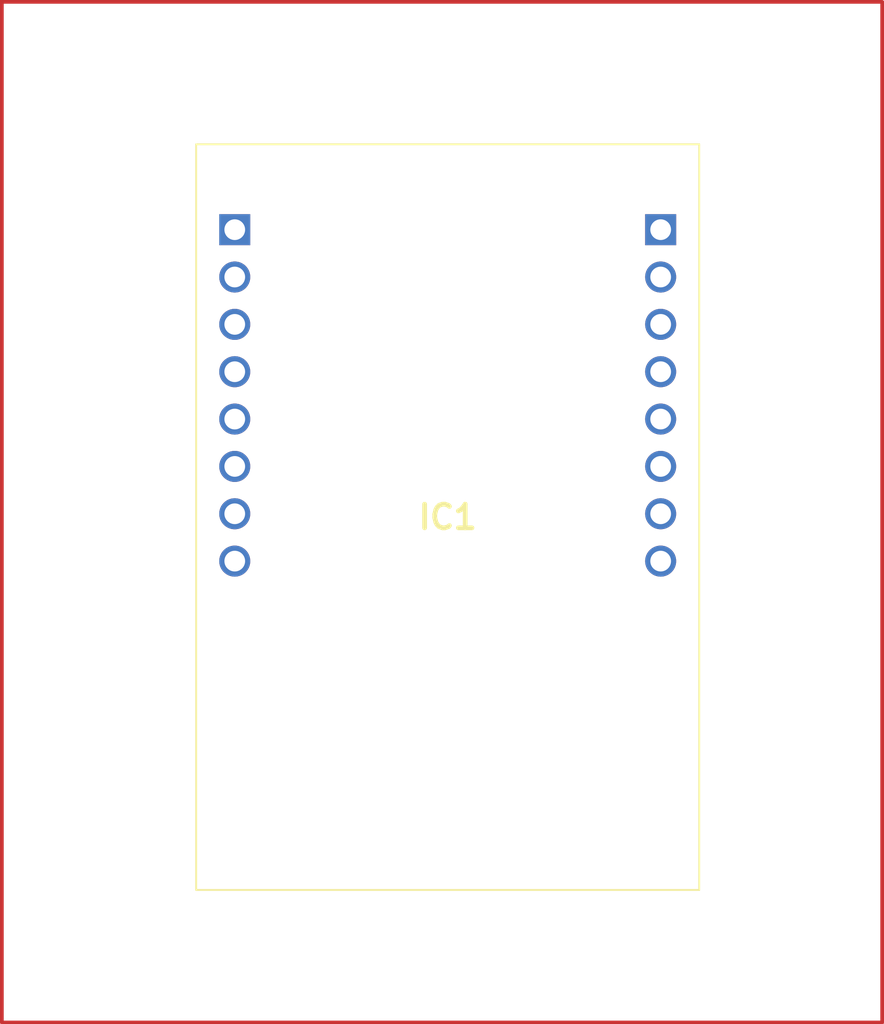
<source format=kicad_pcb>
(kicad_pcb (version 20211014) (generator pcbnew)
  (title_block (title "Módulo de cámara ESP 32 para Crazyflie 1.0") (date "2022-10-31") (rev "v1.0") (company "Instituto Tecnológico de Costa Rica") (comment 1 "@ocastro @ealvarado"))
  (layers (0 "F.Cu" signal) (31 "B.Cu" signal) (34 "B.Paste" user) (35 "F.Paste" user) (36 "B.SilkS" user "B.Silkscreen") (37 "F.SilkS" user "F.Silkscreen") (38 "B.Mask" user) (39 "F.Mask" user) (44 "Edge.Cuts" user))
  (net 0 "")
  (net 7 "GND")
  (net 12 "VCC")
  (footprint "ESP32 CAM:ESP32CAM" (layer "F.Cu") (at 132.5 97.5)
    (fp_text reference "IC1" (at 11.43 -2.36) (layer "F.SilkS") (effects (font (size 1.27 1.27) (thickness 0.254))))
    (fp_text value "ESP32-CAM" hide)
    (fp_line (start 24.93 17.64) (end 24.93 -22.36) (layer "F.SilkS") (width 0.1))
    (fp_line (start -2.07 17.64) (end 24.93 17.64) (layer "F.SilkS") (width 0.1))
    (fp_line (start -2.07 -22.36) (end -2.07 17.64) (layer "F.SilkS") (width 0.1))
    (fp_line (start 24.93 -22.36) (end -2.07 -22.36) (layer "F.SilkS") (width 0.1))
    (pad "1" thru_hole circle (at 0 0) (size 1.665 1.665) (drill 1.11) (layers *.Cu *.Mask))
    (pad "2" thru_hole circle (at 0 -2.54) (size 1.665 1.665) (drill 1.11) (layers *.Cu *.Mask))
    (pad "3" thru_hole circle (at 0 -5.08) (size 1.665 1.665) (drill 1.11) (layers *.Cu *.Mask))
    (pad "4" thru_hole circle (at 0 -7.62) (size 1.665 1.665) (drill 1.11) (layers *.Cu *.Mask))
    (pad "5" thru_hole circle (at 0 -10.16) (size 1.665 1.665) (drill 1.11) (layers *.Cu *.Mask))
    (pad "6" thru_hole circle (at 0 -12.7) (size 1.665 1.665) (drill 1.11) (layers *.Cu *.Mask))
    (pad "7" thru_hole circle (at 0 -15.24) (size 1.665 1.665) (drill 1.11) (layers *.Cu *.Mask) (net 7 "GND"))
    (pad "8" thru_hole rect (at 0 -17.78) (size 1.665 1.665) (drill 1.11) (layers *.Cu *.Mask))
    (pad "9" thru_hole rect (at 22.86 -17.78) (size 1.665 1.665) (drill 1.11) (layers *.Cu *.Mask))
    (pad "10" thru_hole circle (at 22.86 -15.24) (size 1.665 1.665) (drill 1.11) (layers *.Cu *.Mask))
    (pad "11" thru_hole circle (at 22.86 -12.7) (size 1.665 1.665) (drill 1.11) (layers *.Cu *.Mask))
    (pad "12" thru_hole circle (at 22.86 -10.16) (size 1.665 1.665) (drill 1.11) (layers *.Cu *.Mask) (net 7 "GND"))
    (pad "13" thru_hole circle (at 22.86 -7.62) (size 1.665 1.665) (drill 1.11) (layers *.Cu *.Mask) (net 12 "VCC"))
    (pad "14" thru_hole circle (at 22.86 -5.08) (size 1.665 1.665) (drill 1.11) (layers *.Cu *.Mask))
    (pad "15" thru_hole circle (at 22.86 -2.54) (size 1.665 1.665) (drill 1.11) (layers *.Cu *.Mask))
    (pad "16" thru_hole circle (at 22.86 0) (size 1.665 1.665) (drill 1.11) (layers *.Cu *.Mask) (net 7 "GND"))
  )
  (gr_rect (start 167.25 122.25) (end 120 67.5) (layer "F.Cu") (width 0.2) (fill none))
)
</source>
